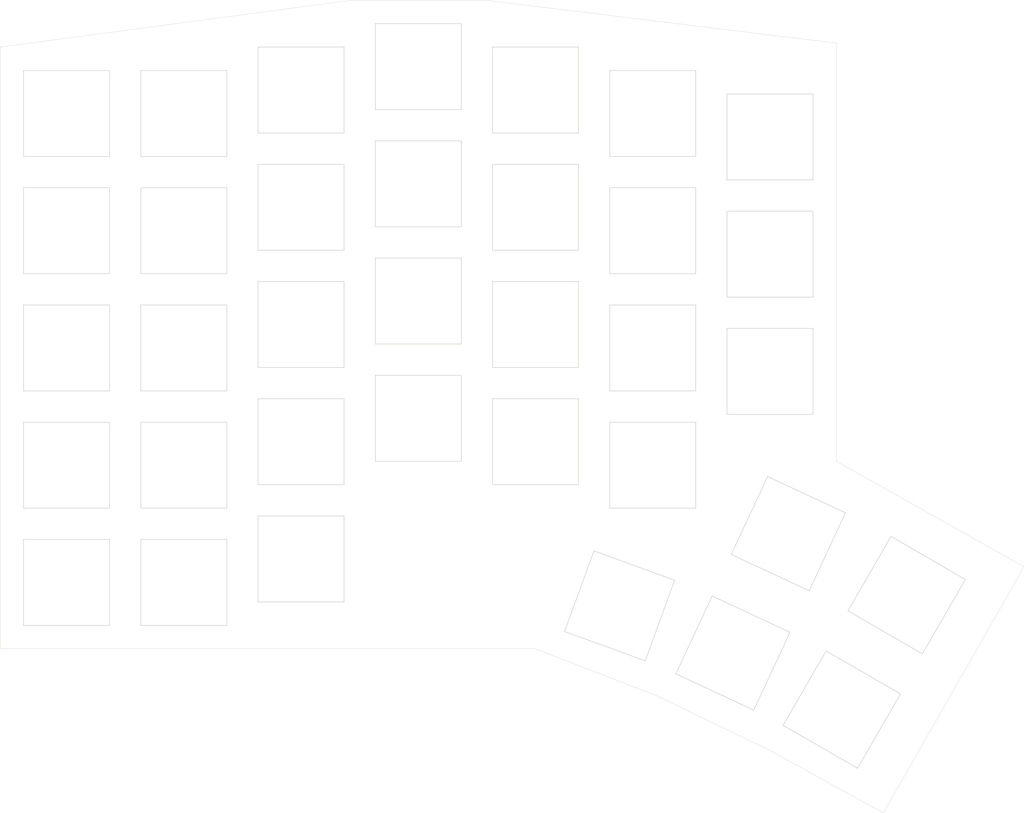
<source format=kicad_pcb>
(kicad_pcb (version 20171130) (host pcbnew "(5.1.6)-1")

  (general
    (thickness 1.6)
    (drawings 151)
    (tracks 0)
    (zones 0)
    (modules 6)
    (nets 2)
  )

  (page A4)
  (layers
    (0 F.Cu signal)
    (31 B.Cu signal)
    (32 B.Adhes user)
    (33 F.Adhes user)
    (34 B.Paste user)
    (35 F.Paste user)
    (36 B.SilkS user)
    (37 F.SilkS user)
    (38 B.Mask user)
    (39 F.Mask user)
    (40 Dwgs.User user)
    (41 Cmts.User user)
    (42 Eco1.User user)
    (43 Eco2.User user)
    (44 Edge.Cuts user)
    (45 Margin user)
    (46 B.CrtYd user)
    (47 F.CrtYd user)
    (48 B.Fab user)
    (49 F.Fab user)
  )

  (setup
    (last_trace_width 0.25)
    (trace_clearance 0.2)
    (zone_clearance 0.508)
    (zone_45_only no)
    (trace_min 0.2)
    (via_size 0.8)
    (via_drill 0.4)
    (via_min_size 0.4)
    (via_min_drill 0.3)
    (uvia_size 0.3)
    (uvia_drill 0.1)
    (uvias_allowed no)
    (uvia_min_size 0.2)
    (uvia_min_drill 0.1)
    (edge_width 0.05)
    (segment_width 0.2)
    (pcb_text_width 0.3)
    (pcb_text_size 1.5 1.5)
    (mod_edge_width 0.12)
    (mod_text_size 1 1)
    (mod_text_width 0.15)
    (pad_size 2 2)
    (pad_drill 2)
    (pad_to_mask_clearance 0.05)
    (aux_axis_origin 0 0)
    (visible_elements 7FFFF7FF)
    (pcbplotparams
      (layerselection 0x010fc_ffffffff)
      (usegerberextensions true)
      (usegerberattributes true)
      (usegerberadvancedattributes true)
      (creategerberjobfile true)
      (excludeedgelayer true)
      (linewidth 0.100000)
      (plotframeref false)
      (viasonmask false)
      (mode 1)
      (useauxorigin false)
      (hpglpennumber 1)
      (hpglpenspeed 20)
      (hpglpendiameter 15.000000)
      (psnegative false)
      (psa4output false)
      (plotreference true)
      (plotvalue true)
      (plotinvisibletext false)
      (padsonsilk false)
      (subtractmaskfromsilk false)
      (outputformat 1)
      (mirror false)
      (drillshape 0)
      (scaleselection 1)
      (outputdirectory "gerber/"))
  )

  (net 0 "")
  (net 1 GND)

  (net_class Default "This is the default net class."
    (clearance 0.2)
    (trace_width 0.25)
    (via_dia 0.8)
    (via_drill 0.4)
    (uvia_dia 0.3)
    (uvia_drill 0.1)
  )

  (module MountingHole:MountingHole_4.3mm_M4_ISO14580 (layer F.Cu) (tedit 5EEBCA14) (tstamp 5EEBB965)
    (at 37.465 117.475)
    (descr "Mounting Hole 4.3mm, no annular, M4, ISO14580")
    (tags "mounting hole 4.3mm no annular m4 iso14580")
    (attr virtual)
    (fp_text reference " " (at 0 -4.5) (layer F.SilkS)
      (effects (font (size 1 1) (thickness 0.15)))
    )
    (fp_text value MountingHole_4.3mm_M4_ISO14580 (at 0 4.5) (layer F.Fab)
      (effects (font (size 1 1) (thickness 0.15)))
    )
    (fp_circle (center 0 0) (end 3.5 0) (layer Cmts.User) (width 0.15))
    (fp_circle (center 0 0) (end 3.75 0) (layer F.CrtYd) (width 0.05))
    (fp_text user %R (at 0.3 0) (layer F.Fab)
      (effects (font (size 1 1) (thickness 0.15)))
    )
    (pad "" np_thru_hole circle (at 0 0) (size 2 2) (drill 2) (layers *.Cu *.Mask))
  )

  (module MountingHole:MountingHole_4.3mm_M4_ISO14580 (layer F.Cu) (tedit 5EEBCA09) (tstamp 5EEBB948)
    (at 37.465 60.325)
    (descr "Mounting Hole 4.3mm, no annular, M4, ISO14580")
    (tags "mounting hole 4.3mm no annular m4 iso14580")
    (attr virtual)
    (fp_text reference " " (at 0 -4.5) (layer F.SilkS)
      (effects (font (size 1 1) (thickness 0.15)))
    )
    (fp_text value MountingHole_4.3mm_M4_ISO14580 (at 0 4.5) (layer F.Fab)
      (effects (font (size 1 1) (thickness 0.15)))
    )
    (fp_circle (center 0 0) (end 3.5 0) (layer Cmts.User) (width 0.15))
    (fp_circle (center 0 0) (end 3.75 0) (layer F.CrtYd) (width 0.05))
    (fp_text user %R (at 0.3 0) (layer F.Fab)
      (effects (font (size 1 1) (thickness 0.15)))
    )
    (pad "" np_thru_hole circle (at 0 0) (size 2 2) (drill 2) (layers *.Cu *.Mask))
  )

  (module MountingHole:MountingHole_4.3mm_M4_ISO14580 (layer F.Cu) (tedit 5EEBCA22) (tstamp 5EEBB92B)
    (at 93.98 90.805)
    (descr "Mounting Hole 4.3mm, no annular, M4, ISO14580")
    (tags "mounting hole 4.3mm no annular m4 iso14580")
    (attr virtual)
    (fp_text reference " " (at 0 -4.5) (layer F.SilkS)
      (effects (font (size 1 1) (thickness 0.15)))
    )
    (fp_text value MountingHole_4.3mm_M4_ISO14580 (at 0 4.5) (layer F.Fab)
      (effects (font (size 1 1) (thickness 0.15)))
    )
    (fp_circle (center 0 0) (end 3.5 0) (layer Cmts.User) (width 0.15))
    (fp_circle (center 0 0) (end 3.75 0) (layer F.CrtYd) (width 0.05))
    (fp_text user %R (at 0.3 0) (layer F.Fab)
      (effects (font (size 1 1) (thickness 0.15)))
    )
    (pad "" np_thru_hole circle (at 0 0) (size 2 2) (drill 2) (layers *.Cu *.Mask))
  )

  (module MountingHole:MountingHole_4.3mm_M4_ISO14580 (layer F.Cu) (tedit 5EEBC9FE) (tstamp 5EEBB90E)
    (at 93.98 52.705)
    (descr "Mounting Hole 4.3mm, no annular, M4, ISO14580")
    (tags "mounting hole 4.3mm no annular m4 iso14580")
    (attr virtual)
    (fp_text reference " " (at 0 -4.5) (layer F.SilkS)
      (effects (font (size 1 1) (thickness 0.15)))
    )
    (fp_text value MountingHole_4.3mm_M4_ISO14580 (at 0 4.5) (layer F.Fab)
      (effects (font (size 1 1) (thickness 0.15)))
    )
    (fp_circle (center 0 0) (end 3.5 0) (layer Cmts.User) (width 0.15))
    (fp_circle (center 0 0) (end 3.75 0) (layer F.CrtYd) (width 0.05))
    (fp_text user %R (at 0.3 0) (layer F.Fab)
      (effects (font (size 1 1) (thickness 0.15)))
    )
    (pad "" np_thru_hole circle (at 0 0) (size 2 2) (drill 2) (layers *.Cu *.Mask))
  )

  (module MountingHole:MountingHole_4.3mm_M4_ISO14580 (layer F.Cu) (tedit 5EEBCA29) (tstamp 5EEBB8F1)
    (at 132.08 60.96)
    (descr "Mounting Hole 4.3mm, no annular, M4, ISO14580")
    (tags "mounting hole 4.3mm no annular m4 iso14580")
    (attr virtual)
    (fp_text reference " " (at 0 -4.5) (layer F.SilkS)
      (effects (font (size 1 1) (thickness 0.15)))
    )
    (fp_text value MountingHole_4.3mm_M4_ISO14580 (at 0 4.5) (layer F.Fab)
      (effects (font (size 1 1) (thickness 0.15)))
    )
    (fp_circle (center 0 0) (end 3.5 0) (layer Cmts.User) (width 0.15))
    (fp_circle (center 0 0) (end 3.75 0) (layer F.CrtYd) (width 0.05))
    (fp_text user %R (at 0.3 0) (layer F.Fab)
      (effects (font (size 1 1) (thickness 0.15)))
    )
    (pad "" np_thru_hole circle (at 0 0) (size 2 2) (drill 2) (layers *.Cu *.Mask))
  )

  (module MountingHole:MountingHole_4.3mm_M4_ISO14580 (layer F.Cu) (tedit 5EEBCA30) (tstamp 5EEBB8D4)
    (at 150.495 132.08)
    (descr "Mounting Hole 4.3mm, no annular, M4, ISO14580")
    (tags "mounting hole 4.3mm no annular m4 iso14580")
    (attr virtual)
    (fp_text reference " " (at 0 -4.5) (layer F.SilkS)
      (effects (font (size 1 1) (thickness 0.15)))
    )
    (fp_text value MountingHole_4.3mm_M4_ISO14580 (at 0 4.5) (layer F.Fab)
      (effects (font (size 1 1) (thickness 0.15)))
    )
    (fp_circle (center 0 0) (end 3.5 0) (layer Cmts.User) (width 0.15))
    (fp_circle (center 0 0) (end 3.75 0) (layer F.CrtYd) (width 0.05))
    (fp_text user %R (at 0.3 0) (layer F.Fab)
      (effects (font (size 1 1) (thickness 0.15)))
    )
    (pad "" np_thru_hole circle (at 0 0) (size 2 2) (drill 2) (layers *.Cu *.Mask))
  )

  (gr_line (start 141.859 109.8042) (end 154.5082 115.697) (layer Edge.Cuts) (width 0.1))
  (gr_line (start 135.9408 122.4534) (end 141.859 109.8042) (layer Edge.Cuts) (width 0.1))
  (gr_line (start 148.6154 128.3462) (end 135.9408 122.4534) (layer Edge.Cuts) (width 0.1))
  (gr_line (start 154.5082 115.697) (end 148.6154 128.3462) (layer Edge.Cuts) (width 0.1))
  (gr_line (start 161.8996 119.5324) (end 173.99 126.5174) (layer Edge.Cuts) (width 0.1))
  (gr_line (start 154.9146 131.6228) (end 161.8996 119.5324) (layer Edge.Cuts) (width 0.1))
  (gr_line (start 167.005 138.6078) (end 154.9146 131.6228) (layer Edge.Cuts) (width 0.1))
  (gr_line (start 173.99 126.5174) (end 167.005 138.6078) (layer Edge.Cuts) (width 0.1))
  (gr_line (start 151.3586 138.1506) (end 163.449 145.1102) (layer Edge.Cuts) (width 0.1))
  (gr_line (start 144.3736 150.2156) (end 151.3586 138.1506) (layer Edge.Cuts) (width 0.1))
  (gr_line (start 156.464 157.2006) (end 144.3736 150.2156) (layer Edge.Cuts) (width 0.1))
  (gr_line (start 163.449 145.1102) (end 156.464 157.2006) (layer Edge.Cuts) (width 0.1))
  (gr_line (start 132.842 129.2098) (end 145.4912 135.1026) (layer Edge.Cuts) (width 0.1))
  (gr_line (start 126.9492 141.859) (end 132.842 129.2098) (layer Edge.Cuts) (width 0.1))
  (gr_line (start 139.5984 147.7518) (end 126.9492 141.859) (layer Edge.Cuts) (width 0.1))
  (gr_line (start 145.4912 135.1026) (end 139.5984 147.7518) (layer Edge.Cuts) (width 0.1))
  (gr_line (start 113.6396 121.8692) (end 126.746 126.6444) (layer Edge.Cuts) (width 0.1))
  (gr_line (start 108.8644 134.9756) (end 113.6396 121.8692) (layer Edge.Cuts) (width 0.1))
  (gr_line (start 121.9708 139.7508) (end 108.8644 134.9756) (layer Edge.Cuts) (width 0.1))
  (gr_line (start 126.746 126.6444) (end 121.9708 139.7508) (layer Edge.Cuts) (width 0.1))
  (gr_line (start 111.125 97.155) (end 111.125 111.125) (layer Edge.Cuts) (width 0.1))
  (gr_line (start 97.155 97.155) (end 111.125 97.155) (layer Edge.Cuts) (width 0.1))
  (gr_line (start 97.155 111.125) (end 97.155 97.155) (layer Edge.Cuts) (width 0.1))
  (gr_line (start 111.125 111.125) (end 97.155 111.125) (layer Edge.Cuts) (width 0.1))
  (gr_line (start 111.125 78.105) (end 111.125 92.075) (layer Edge.Cuts) (width 0.1))
  (gr_line (start 97.155 78.105) (end 111.125 78.105) (layer Edge.Cuts) (width 0.1))
  (gr_line (start 97.155 92.075) (end 97.155 78.105) (layer Edge.Cuts) (width 0.1))
  (gr_line (start 111.125 92.075) (end 97.155 92.075) (layer Edge.Cuts) (width 0.1))
  (gr_line (start 92.075 93.345) (end 92.075 107.315) (layer Edge.Cuts) (width 0.1))
  (gr_line (start 78.105 93.345) (end 92.075 93.345) (layer Edge.Cuts) (width 0.1))
  (gr_line (start 78.105 107.315) (end 78.105 93.345) (layer Edge.Cuts) (width 0.1))
  (gr_line (start 92.075 107.315) (end 78.105 107.315) (layer Edge.Cuts) (width 0.1))
  (gr_line (start 92.075 74.295) (end 92.075 88.265) (layer Edge.Cuts) (width 0.1))
  (gr_line (start 78.105 74.295) (end 92.075 74.295) (layer Edge.Cuts) (width 0.1))
  (gr_line (start 78.105 88.265) (end 78.105 74.295) (layer Edge.Cuts) (width 0.1))
  (gr_line (start 92.075 88.265) (end 78.105 88.265) (layer Edge.Cuts) (width 0.1))
  (gr_line (start 73.025 78.105) (end 73.025 92.075) (layer Edge.Cuts) (width 0.1))
  (gr_line (start 59.055 78.105) (end 73.025 78.105) (layer Edge.Cuts) (width 0.1))
  (gr_line (start 59.055 92.075) (end 59.055 78.105) (layer Edge.Cuts) (width 0.1))
  (gr_line (start 73.025 92.075) (end 59.055 92.075) (layer Edge.Cuts) (width 0.1))
  (gr_line (start 53.975 100.965) (end 53.975 114.935) (layer Edge.Cuts) (width 0.1))
  (gr_line (start 40.005 100.965) (end 53.975 100.965) (layer Edge.Cuts) (width 0.1))
  (gr_line (start 40.005 114.935) (end 40.005 100.965) (layer Edge.Cuts) (width 0.1))
  (gr_line (start 53.975 114.935) (end 40.005 114.935) (layer Edge.Cuts) (width 0.1))
  (gr_line (start 73.025 97.155) (end 73.025 111.125) (layer Edge.Cuts) (width 0.1))
  (gr_line (start 59.055 97.155) (end 73.025 97.155) (layer Edge.Cuts) (width 0.1))
  (gr_line (start 59.055 111.125) (end 59.055 97.155) (layer Edge.Cuts) (width 0.1))
  (gr_line (start 73.025 111.125) (end 59.055 111.125) (layer Edge.Cuts) (width 0.1))
  (gr_line (start 73.025 116.205) (end 73.025 130.175) (layer Edge.Cuts) (width 0.1))
  (gr_line (start 59.055 116.205) (end 73.025 116.205) (layer Edge.Cuts) (width 0.1))
  (gr_line (start 59.055 130.175) (end 59.055 116.205) (layer Edge.Cuts) (width 0.1))
  (gr_line (start 73.025 130.175) (end 59.055 130.175) (layer Edge.Cuts) (width 0.1))
  (gr_line (start 53.975 120.015) (end 53.975 133.985) (layer Edge.Cuts) (width 0.1))
  (gr_line (start 40.005 120.015) (end 53.975 120.015) (layer Edge.Cuts) (width 0.1))
  (gr_line (start 40.005 133.985) (end 40.005 120.015) (layer Edge.Cuts) (width 0.1))
  (gr_line (start 53.975 133.985) (end 40.005 133.985) (layer Edge.Cuts) (width 0.1))
  (gr_line (start 34.925 120.015) (end 34.925 133.985) (layer Edge.Cuts) (width 0.1))
  (gr_line (start 20.955 120.015) (end 34.925 120.015) (layer Edge.Cuts) (width 0.1))
  (gr_line (start 20.955 133.985) (end 20.955 120.015) (layer Edge.Cuts) (width 0.1))
  (gr_line (start 34.925 133.985) (end 20.955 133.985) (layer Edge.Cuts) (width 0.1))
  (gr_line (start 34.925 100.965) (end 34.925 114.935) (layer Edge.Cuts) (width 0.1))
  (gr_line (start 20.955 100.965) (end 34.925 100.965) (layer Edge.Cuts) (width 0.1))
  (gr_line (start 20.955 114.935) (end 20.955 100.965) (layer Edge.Cuts) (width 0.1))
  (gr_line (start 34.925 114.935) (end 20.955 114.935) (layer Edge.Cuts) (width 0.1))
  (gr_line (start 53.975 81.915) (end 53.975 95.885) (layer Edge.Cuts) (width 0.1))
  (gr_line (start 40.005 81.915) (end 53.975 81.915) (layer Edge.Cuts) (width 0.1))
  (gr_line (start 40.005 95.885) (end 40.005 81.915) (layer Edge.Cuts) (width 0.1))
  (gr_line (start 53.975 95.885) (end 40.005 95.885) (layer Edge.Cuts) (width 0.1))
  (gr_line (start 34.925 81.915) (end 34.925 95.885) (layer Edge.Cuts) (width 0.1))
  (gr_line (start 20.955 81.915) (end 34.925 81.915) (layer Edge.Cuts) (width 0.1))
  (gr_line (start 20.955 95.885) (end 20.955 81.915) (layer Edge.Cuts) (width 0.1))
  (gr_line (start 34.925 95.885) (end 20.955 95.885) (layer Edge.Cuts) (width 0.1))
  (gr_line (start 53.975 62.865) (end 53.975 76.835) (layer Edge.Cuts) (width 0.1))
  (gr_line (start 40.005 62.865) (end 53.975 62.865) (layer Edge.Cuts) (width 0.1))
  (gr_line (start 40.005 76.835) (end 40.005 62.865) (layer Edge.Cuts) (width 0.1))
  (gr_line (start 53.975 76.835) (end 40.005 76.835) (layer Edge.Cuts) (width 0.1))
  (gr_line (start 34.925 62.865) (end 34.925 76.835) (layer Edge.Cuts) (width 0.1))
  (gr_line (start 20.955 62.865) (end 34.925 62.865) (layer Edge.Cuts) (width 0.1))
  (gr_line (start 20.955 76.835) (end 20.955 62.865) (layer Edge.Cuts) (width 0.1))
  (gr_line (start 34.925 76.835) (end 20.955 76.835) (layer Edge.Cuts) (width 0.1))
  (gr_line (start 34.925 43.815) (end 34.925 57.785) (layer Edge.Cuts) (width 0.1))
  (gr_line (start 20.955 43.815) (end 34.925 43.815) (layer Edge.Cuts) (width 0.1))
  (gr_line (start 20.955 57.785) (end 20.955 43.815) (layer Edge.Cuts) (width 0.1))
  (gr_line (start 34.925 57.785) (end 20.955 57.785) (layer Edge.Cuts) (width 0.1))
  (gr_line (start 53.975 43.815) (end 53.975 57.785) (layer Edge.Cuts) (width 0.1))
  (gr_line (start 40.005 43.815) (end 53.975 43.815) (layer Edge.Cuts) (width 0.1))
  (gr_line (start 40.005 57.785) (end 40.005 43.815) (layer Edge.Cuts) (width 0.1))
  (gr_line (start 53.975 57.785) (end 40.005 57.785) (layer Edge.Cuts) (width 0.1))
  (gr_line (start 73.025 40.005) (end 73.025 53.975) (layer Edge.Cuts) (width 0.1))
  (gr_line (start 59.055 40.005) (end 73.025 40.005) (layer Edge.Cuts) (width 0.1))
  (gr_line (start 59.055 53.975) (end 59.055 40.005) (layer Edge.Cuts) (width 0.1))
  (gr_line (start 73.025 53.975) (end 59.055 53.975) (layer Edge.Cuts) (width 0.1))
  (gr_line (start 73.025 59.055) (end 73.025 73.025) (layer Edge.Cuts) (width 0.1))
  (gr_line (start 59.055 59.055) (end 73.025 59.055) (layer Edge.Cuts) (width 0.1))
  (gr_line (start 59.055 73.025) (end 59.055 59.055) (layer Edge.Cuts) (width 0.1))
  (gr_line (start 73.025 73.025) (end 59.055 73.025) (layer Edge.Cuts) (width 0.1))
  (gr_line (start 92.075 55.245) (end 92.075 69.215) (layer Edge.Cuts) (width 0.1))
  (gr_line (start 78.105 55.245) (end 92.075 55.245) (layer Edge.Cuts) (width 0.1))
  (gr_line (start 78.105 69.215) (end 78.105 55.245) (layer Edge.Cuts) (width 0.1))
  (gr_line (start 92.075 69.215) (end 78.105 69.215) (layer Edge.Cuts) (width 0.1))
  (gr_line (start 111.125 59.055) (end 111.125 73.025) (layer Edge.Cuts) (width 0.1))
  (gr_line (start 97.155 59.055) (end 111.125 59.055) (layer Edge.Cuts) (width 0.1))
  (gr_line (start 97.155 73.025) (end 97.155 59.055) (layer Edge.Cuts) (width 0.1))
  (gr_line (start 111.125 73.025) (end 97.155 73.025) (layer Edge.Cuts) (width 0.1))
  (gr_line (start 92.075 36.195) (end 92.075 50.165) (layer Edge.Cuts) (width 0.1))
  (gr_line (start 78.105 36.195) (end 92.075 36.195) (layer Edge.Cuts) (width 0.1))
  (gr_line (start 78.105 50.165) (end 78.105 36.195) (layer Edge.Cuts) (width 0.1))
  (gr_line (start 92.075 50.165) (end 78.105 50.165) (layer Edge.Cuts) (width 0.1))
  (gr_line (start 111.125 40.005) (end 111.125 53.975) (layer Edge.Cuts) (width 0.1))
  (gr_line (start 97.155 40.005) (end 111.125 40.005) (layer Edge.Cuts) (width 0.1))
  (gr_line (start 97.155 53.975) (end 97.155 40.005) (layer Edge.Cuts) (width 0.1))
  (gr_line (start 111.125 53.975) (end 97.155 53.975) (layer Edge.Cuts) (width 0.1))
  (gr_line (start 130.175 81.915) (end 130.175 95.885) (layer Edge.Cuts) (width 0.1))
  (gr_line (start 116.205 81.915) (end 130.175 81.915) (layer Edge.Cuts) (width 0.1))
  (gr_line (start 116.205 95.885) (end 116.205 81.915) (layer Edge.Cuts) (width 0.1))
  (gr_line (start 130.175 95.885) (end 116.205 95.885) (layer Edge.Cuts) (width 0.1))
  (gr_line (start 130.175 100.965) (end 130.175 114.935) (layer Edge.Cuts) (width 0.1))
  (gr_line (start 116.205 100.965) (end 130.175 100.965) (layer Edge.Cuts) (width 0.1))
  (gr_line (start 116.205 114.935) (end 116.205 100.965) (layer Edge.Cuts) (width 0.1))
  (gr_line (start 130.175 114.935) (end 116.205 114.935) (layer Edge.Cuts) (width 0.1))
  (gr_line (start 149.225 85.725) (end 149.225 99.695) (layer Edge.Cuts) (width 0.1))
  (gr_line (start 135.255 85.725) (end 149.225 85.725) (layer Edge.Cuts) (width 0.1))
  (gr_line (start 135.255 99.695) (end 135.255 85.725) (layer Edge.Cuts) (width 0.1))
  (gr_line (start 149.225 99.695) (end 135.255 99.695) (layer Edge.Cuts) (width 0.1))
  (gr_line (start 130.175 62.865) (end 130.175 76.835) (layer Edge.Cuts) (width 0.1))
  (gr_line (start 116.205 62.865) (end 130.175 62.865) (layer Edge.Cuts) (width 0.1))
  (gr_line (start 116.205 76.835) (end 116.205 62.865) (layer Edge.Cuts) (width 0.1))
  (gr_line (start 130.175 76.835) (end 116.205 76.835) (layer Edge.Cuts) (width 0.1))
  (gr_line (start 149.225 66.675) (end 149.225 80.645) (layer Edge.Cuts) (width 0.1))
  (gr_line (start 135.255 66.675) (end 149.225 66.675) (layer Edge.Cuts) (width 0.1))
  (gr_line (start 135.255 80.645) (end 135.255 66.675) (layer Edge.Cuts) (width 0.1))
  (gr_line (start 149.225 80.645) (end 135.255 80.645) (layer Edge.Cuts) (width 0.1))
  (gr_line (start 130.175 43.815) (end 130.175 57.785) (layer Edge.Cuts) (width 0.1))
  (gr_line (start 116.205 43.815) (end 130.175 43.815) (layer Edge.Cuts) (width 0.1))
  (gr_line (start 116.205 57.785) (end 116.205 43.815) (layer Edge.Cuts) (width 0.1))
  (gr_line (start 130.175 57.785) (end 116.205 57.785) (layer Edge.Cuts) (width 0.1))
  (gr_line (start 149.225 47.625) (end 149.225 61.595) (layer Edge.Cuts) (width 0.1))
  (gr_line (start 135.255 47.625) (end 149.225 47.625) (layer Edge.Cuts) (width 0.1))
  (gr_line (start 135.255 61.595) (end 135.255 47.625) (layer Edge.Cuts) (width 0.1))
  (gr_line (start 149.225 61.595) (end 135.255 61.595) (layer Edge.Cuts) (width 0.1))
  (gr_line (start 123.825 145.415) (end 104.14 137.795) (layer Edge.Cuts) (width 0.05) (tstamp 5EEB8184))
  (gr_line (start 142.24 154.305) (end 123.825 145.415) (layer Edge.Cuts) (width 0.05))
  (gr_line (start 142.24 154.305) (end 160.655 164.465) (layer Edge.Cuts) (width 0.05) (tstamp 5EEB8183))
  (gr_line (start 17.145 137.795) (end 17.145 40.005) (layer Edge.Cuts) (width 0.05) (tstamp 5EEB8182))
  (gr_line (start 104.14 137.795) (end 17.145 137.795) (layer Edge.Cuts) (width 0.05))
  (gr_line (start 183.515 124.46) (end 160.655 164.465) (layer Edge.Cuts) (width 0.05))
  (gr_line (start 153.035 107.315) (end 183.515 124.46) (layer Edge.Cuts) (width 0.05))
  (gr_line (start 153.035 39.37) (end 153.035 107.315) (layer Edge.Cuts) (width 0.05))
  (gr_line (start 95.885 32.385) (end 153.035 39.37) (layer Edge.Cuts) (width 0.05))
  (gr_line (start 74.295 32.385) (end 95.885 32.385) (layer Edge.Cuts) (width 0.05))
  (gr_line (start 17.145 40.005) (end 74.295 32.385) (layer Edge.Cuts) (width 0.05))

  (zone (net 1) (net_name GND) (layer F.Cu) (tstamp 5EEBD2E5) (hatch edge 0.508)
    (connect_pads (clearance 0.508))
    (min_thickness 0.254)
    (fill yes (arc_segments 32) (thermal_gap 0.508) (thermal_bridge_width 0.508))
    (polygon
      (pts
        (xy 153.035 39.37) (xy 153.035 107.315) (xy 183.515 124.46) (xy 160.655 164.465) (xy 142.24 154.305)
        (xy 123.825 145.415) (xy 104.14 137.795) (xy 17.145 137.795) (xy 17.145 40.005) (xy 74.295 32.385)
        (xy 95.885 32.385)
      )
    )
  )
  (zone (net 1) (net_name GND) (layer B.Cu) (tstamp 5EEBD2E2) (hatch edge 0.508)
    (connect_pads (clearance 0.508))
    (min_thickness 0.254)
    (fill yes (arc_segments 32) (thermal_gap 0.508) (thermal_bridge_width 0.508))
    (polygon
      (pts
        (xy 153.035 39.37) (xy 153.035 107.315) (xy 183.515 124.46) (xy 160.655 164.465) (xy 142.24 154.305)
        (xy 123.825 145.415) (xy 104.14 137.795) (xy 17.145 137.795) (xy 17.145 40.005) (xy 74.295 32.385)
        (xy 95.885 32.385)
      )
    )
  )
)

</source>
